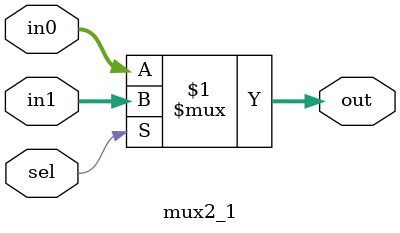
<source format=v>
module mux2_1 #(parameter WIDTH = 32) (
    input  [WIDTH-1:0] in0,
    input  [WIDTH-1:0] in1,
    input              sel,
    output [WIDTH-1:0] out
);
    assign out = sel ? in1 : in0;
    
endmodule

</source>
